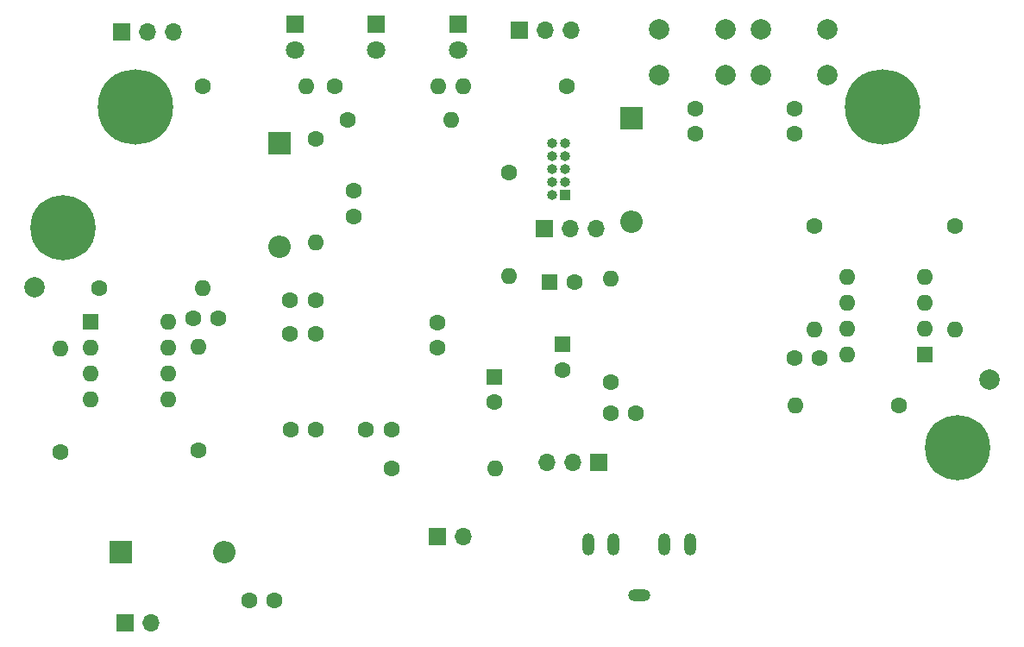
<source format=gbr>
%TF.GenerationSoftware,KiCad,Pcbnew,(6.0.11)*%
%TF.CreationDate,2023-06-06T17:09:24+01:00*%
%TF.ProjectId,Digital Theremin,44696769-7461-46c2-9054-686572656d69,rev?*%
%TF.SameCoordinates,Original*%
%TF.FileFunction,Soldermask,Bot*%
%TF.FilePolarity,Negative*%
%FSLAX46Y46*%
G04 Gerber Fmt 4.6, Leading zero omitted, Abs format (unit mm)*
G04 Created by KiCad (PCBNEW (6.0.11)) date 2023-06-06 17:09:24*
%MOMM*%
%LPD*%
G01*
G04 APERTURE LIST*
%ADD10C,7.400000*%
%ADD11C,2.000000*%
%ADD12C,1.600000*%
%ADD13O,1.600000X1.600000*%
%ADD14C,0.800000*%
%ADD15C,6.400000*%
%ADD16R,1.800000X1.800000*%
%ADD17C,1.800000*%
%ADD18R,1.600000X1.600000*%
%ADD19R,1.700000X1.700000*%
%ADD20O,1.700000X1.700000*%
%ADD21R,2.200000X2.200000*%
%ADD22O,2.200000X2.200000*%
%ADD23R,1.000000X1.000000*%
%ADD24O,1.000000X1.000000*%
%ADD25O,1.200000X2.200000*%
%ADD26O,2.200000X1.200000*%
G04 APERTURE END LIST*
D10*
%TO.C,H2*%
X174650000Y-72330000D03*
%TD*%
%TO.C,H1*%
X101350000Y-72330000D03*
%TD*%
D11*
%TO.C,TP2*%
X91440000Y-90043000D03*
%TD*%
%TO.C,TP1*%
X185166000Y-99060000D03*
%TD*%
D12*
%TO.C,R16*%
X138000000Y-78800000D03*
D13*
X138000000Y-88960000D03*
%TD*%
D12*
%TO.C,R12*%
X168000000Y-84000000D03*
D13*
X168000000Y-94160000D03*
%TD*%
D14*
%TO.C,ANT1*%
X179600000Y-105800000D03*
X184400000Y-105800000D03*
X183697056Y-107497056D03*
D15*
X182000000Y-105800000D03*
D14*
X180302944Y-104102944D03*
X182000000Y-103400000D03*
X183697056Y-104102944D03*
X180302944Y-107497056D03*
X182000000Y-108200000D03*
%TD*%
D16*
%TO.C,D1*%
X117000000Y-64240000D03*
D17*
X117000000Y-66780000D03*
%TD*%
D12*
%TO.C,C16*%
X150450000Y-102400000D03*
X147950000Y-102400000D03*
%TD*%
D18*
%TO.C,U4*%
X96950000Y-93400000D03*
D13*
X96950000Y-95940000D03*
X96950000Y-98480000D03*
X96950000Y-101020000D03*
X104570000Y-101020000D03*
X104570000Y-98480000D03*
X104570000Y-95940000D03*
X104570000Y-93400000D03*
%TD*%
D19*
%TO.C,SP1*%
X130975000Y-114500000D03*
D20*
X133515000Y-114500000D03*
%TD*%
D21*
%TO.C,D5*%
X115500000Y-75920000D03*
D22*
X115500000Y-86080000D03*
%TD*%
D12*
%TO.C,C4*%
X116500000Y-94580000D03*
X119000000Y-94580000D03*
%TD*%
D18*
%TO.C,C6*%
X141948880Y-89500000D03*
D12*
X144448880Y-89500000D03*
%TD*%
%TO.C,R3*%
X122170000Y-73580000D03*
D13*
X132330000Y-73580000D03*
%TD*%
D14*
%TO.C,ANT2*%
X96600000Y-84200000D03*
X92502944Y-82502944D03*
X94200000Y-81800000D03*
X95897056Y-85897056D03*
X95897056Y-82502944D03*
D15*
X94200000Y-84200000D03*
D14*
X91800000Y-84200000D03*
X92502944Y-85897056D03*
X94200000Y-86600000D03*
%TD*%
D19*
%TO.C,J1*%
X100325000Y-122980000D03*
D20*
X102865000Y-122980000D03*
%TD*%
D12*
%TO.C,C9*%
X131000000Y-93500000D03*
X131000000Y-96000000D03*
%TD*%
%TO.C,R10*%
X176280000Y-101600000D03*
D13*
X166120000Y-101600000D03*
%TD*%
D12*
%TO.C,C5*%
X116500000Y-91330000D03*
X119000000Y-91330000D03*
%TD*%
%TO.C,C14*%
X122750000Y-83080000D03*
X122750000Y-80580000D03*
%TD*%
%TO.C,R5*%
X148000000Y-99330000D03*
D13*
X148000000Y-89170000D03*
%TD*%
D19*
%TO.C,J4*%
X141475000Y-84250000D03*
D20*
X144015000Y-84250000D03*
X146555000Y-84250000D03*
%TD*%
D21*
%TO.C,D4*%
X99920000Y-116000000D03*
D22*
X110080000Y-116000000D03*
%TD*%
D18*
%TO.C,U3*%
X178800000Y-96630000D03*
D13*
X178800000Y-94090000D03*
X178800000Y-91550000D03*
X178800000Y-89010000D03*
X171180000Y-89010000D03*
X171180000Y-91550000D03*
X171180000Y-94090000D03*
X171180000Y-96630000D03*
%TD*%
D11*
%TO.C,SW2*%
X162750000Y-69250000D03*
X169250000Y-69250000D03*
X169250000Y-64750000D03*
X162750000Y-64750000D03*
%TD*%
D12*
%TO.C,C3*%
X116550000Y-104000000D03*
X119050000Y-104000000D03*
%TD*%
D16*
%TO.C,D2*%
X125000000Y-64215000D03*
D17*
X125000000Y-66755000D03*
%TD*%
D12*
%TO.C,C13*%
X107000000Y-93120000D03*
X109500000Y-93120000D03*
%TD*%
%TO.C,C12*%
X168500000Y-97000000D03*
X166000000Y-97000000D03*
%TD*%
%TO.C,R2*%
X120920000Y-70330000D03*
D13*
X131080000Y-70330000D03*
%TD*%
D18*
%TO.C,C8*%
X136600000Y-98819328D03*
D12*
X136600000Y-101319328D03*
%TD*%
D18*
%TO.C,C7*%
X143250000Y-95653992D03*
D12*
X143250000Y-98153992D03*
%TD*%
D19*
%TO.C,RV2*%
X139000000Y-64830000D03*
D20*
X141540000Y-64830000D03*
X144080000Y-64830000D03*
%TD*%
D12*
%TO.C,R1*%
X107920000Y-70330000D03*
D13*
X118080000Y-70330000D03*
%TD*%
D16*
%TO.C,D3*%
X133000000Y-64240000D03*
D17*
X133000000Y-66780000D03*
%TD*%
D19*
%TO.C,RV1*%
X100000000Y-65000000D03*
D20*
X102540000Y-65000000D03*
X105080000Y-65000000D03*
%TD*%
D19*
%TO.C,SW3*%
X146775000Y-107250000D03*
D20*
X144235000Y-107250000D03*
X141695000Y-107250000D03*
%TD*%
D12*
%TO.C,R15*%
X94000000Y-106200000D03*
D13*
X94000000Y-96040000D03*
%TD*%
D12*
%TO.C,R14*%
X107500000Y-106030000D03*
D13*
X107500000Y-95870000D03*
%TD*%
D12*
%TO.C,R17*%
X119000000Y-75500000D03*
D13*
X119000000Y-85660000D03*
%TD*%
D12*
%TO.C,C10*%
X123950000Y-104000000D03*
X126450000Y-104000000D03*
%TD*%
%TO.C,C15*%
X115000000Y-120750000D03*
X112500000Y-120750000D03*
%TD*%
D23*
%TO.C,SWD1*%
X143502890Y-80967784D03*
D24*
X142232890Y-80967784D03*
X143502890Y-79697784D03*
X142232890Y-79697784D03*
X143502890Y-78427784D03*
X142232890Y-78427784D03*
X143502890Y-77157784D03*
X142232890Y-77157784D03*
X143502890Y-75887784D03*
X142232890Y-75887784D03*
%TD*%
D12*
%TO.C,C2*%
X156250000Y-75000000D03*
X156250000Y-72500000D03*
%TD*%
%TO.C,R7*%
X126480000Y-107800000D03*
D13*
X136640000Y-107800000D03*
%TD*%
D12*
%TO.C,R13*%
X181750000Y-84000000D03*
D13*
X181750000Y-94160000D03*
%TD*%
D12*
%TO.C,R4*%
X143670000Y-70330000D03*
D13*
X133510000Y-70330000D03*
%TD*%
D12*
%TO.C,C1*%
X166000000Y-75000000D03*
X166000000Y-72500000D03*
%TD*%
D21*
%TO.C,D6*%
X150000000Y-73420000D03*
D22*
X150000000Y-83580000D03*
%TD*%
D12*
%TO.C,R11*%
X97790000Y-90120000D03*
D13*
X107950000Y-90120000D03*
%TD*%
D25*
%TO.C,J2*%
X145773983Y-115301787D03*
X148273983Y-115301787D03*
D26*
X150773983Y-120301787D03*
D25*
X155773983Y-115301787D03*
X153273983Y-115301787D03*
%TD*%
D11*
%TO.C,SW1*%
X159250000Y-64750000D03*
X152750000Y-64750000D03*
X159250000Y-69250000D03*
X152750000Y-69250000D03*
%TD*%
M02*

</source>
